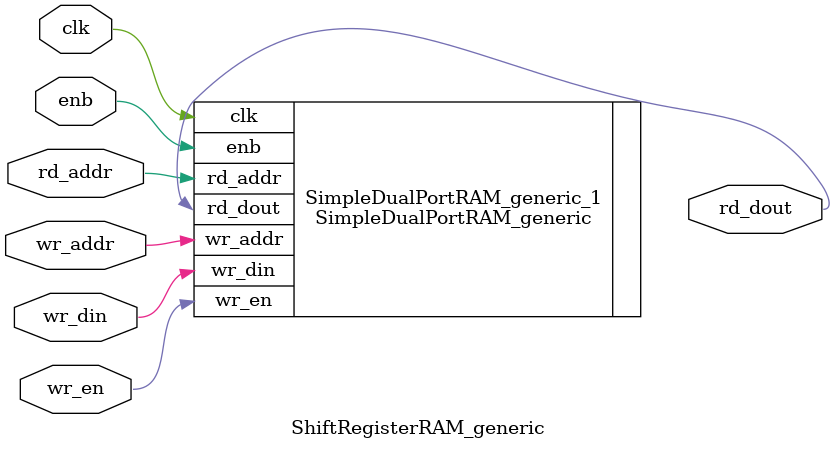
<source format=v>



// -------------------------------------------------------------
// 
// Module: ShiftRegisterRAM_generic
// Source Path: compression_hdl_lowpower/ShiftRegisterRAM_generic
// Hierarchy Level: 1
// 
// -------------------------------------------------------------

`timescale 1 ns / 1 ns

module ShiftRegisterRAM_generic
          (
           clk,
           enb,
           wr_din,
           wr_addr,
           wr_en,
           rd_addr,
           rd_dout
          );


  parameter AddrWidth = 1;
  parameter DataWidth = 1;

  input   clk;
  input   enb;
  input   [DataWidth - 1:0] wr_din;  // parameterized width
  input   [AddrWidth - 1:0] wr_addr;  // parameterized width
  input   wr_en;  // ufix1
  input   [AddrWidth - 1:0] rd_addr;  // parameterized width
  output  [DataWidth - 1:0] rd_dout;  // parameterized width



  SimpleDualPortRAM_generic   #  (.AddrWidth(AddrWidth),
                                  .DataWidth(DataWidth)
                                  )
                              SimpleDualPortRAM_generic_1   (.clk(clk),
                                                             .enb(enb),
                                                             .wr_din(wr_din),
                                                             .wr_addr(wr_addr),
                                                             .wr_en(wr_en),  // ufix1
                                                             .rd_addr(rd_addr),
                                                             .rd_dout(rd_dout)
                                                             );

endmodule  // ShiftRegisterRAM_generic


</source>
